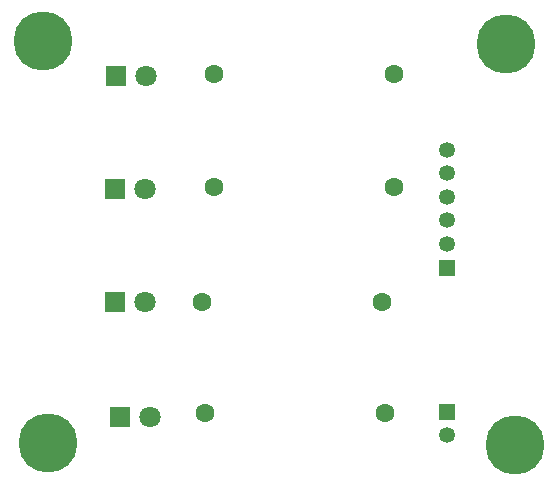
<source format=gbr>
%TF.GenerationSoftware,KiCad,Pcbnew,9.0.2*%
%TF.CreationDate,2025-12-15T21:59:35+00:00*%
%TF.ProjectId,simulador-semaforo,73696d75-6c61-4646-9f72-2d73656d6166,1.0*%
%TF.SameCoordinates,Original*%
%TF.FileFunction,Copper,L2,Bot*%
%TF.FilePolarity,Positive*%
%FSLAX46Y46*%
G04 Gerber Fmt 4.6, Leading zero omitted, Abs format (unit mm)*
G04 Created by KiCad (PCBNEW 9.0.2) date 2025-12-15 21:59:35*
%MOMM*%
%LPD*%
G01*
G04 APERTURE LIST*
%TA.AperFunction,ComponentPad*%
%ADD10C,5.000000*%
%TD*%
%TA.AperFunction,ComponentPad*%
%ADD11C,1.600000*%
%TD*%
%TA.AperFunction,ComponentPad*%
%ADD12R,1.350000X1.350000*%
%TD*%
%TA.AperFunction,ComponentPad*%
%ADD13C,1.350000*%
%TD*%
%TA.AperFunction,ComponentPad*%
%ADD14R,1.800000X1.800000*%
%TD*%
%TA.AperFunction,ComponentPad*%
%ADD15C,1.800000*%
%TD*%
G04 APERTURE END LIST*
D10*
%TO.P,PadPlaca4,1,1*%
%TO.N,unconnected-(PadPlaca4-Pad1)*%
X140100000Y-81100000D03*
%TD*%
%TO.P,PadPlaca3,1,1*%
%TO.N,unconnected-(PadPlaca3-Pad1)*%
X179700000Y-81300000D03*
%TD*%
%TO.P,PadPlaca2,1,1*%
%TO.N,unconnected-(PadPlaca2-Pad1)*%
X178900000Y-47400000D03*
%TD*%
%TO.P,PadPlaca1,1,1*%
%TO.N,unconnected-(PadPlaca1-Pad1)*%
X139700000Y-47100000D03*
%TD*%
D11*
%TO.P,R4,1*%
%TO.N,Net-(J1-Pin_2)*%
X168700000Y-78600000D03*
%TO.P,R4,2*%
%TO.N,Net-(D4-A)*%
X153460000Y-78600000D03*
%TD*%
%TO.P,R3,1*%
%TO.N,Net-(J1-Pin_3)*%
X169400000Y-49900000D03*
%TO.P,R3,2*%
%TO.N,Net-(D3-A)*%
X154160000Y-49900000D03*
%TD*%
%TO.P,R2,1*%
%TO.N,Net-(J1-Pin_4)*%
X169440000Y-59500000D03*
%TO.P,R2,2*%
%TO.N,Net-(D2-A)*%
X154200000Y-59500000D03*
%TD*%
%TO.P,R1,1*%
%TO.N,Net-(J1-Pin_5)*%
X168400000Y-69200000D03*
%TO.P,R1,2*%
%TO.N,Net-(D1-A)*%
X153160000Y-69200000D03*
%TD*%
D12*
%TO.P,LS1,1,1*%
%TO.N,Net-(J1-Pin_1)*%
X173900000Y-78500000D03*
D13*
%TO.P,LS1,2,2*%
%TO.N,GND*%
X173900000Y-80500000D03*
%TD*%
D12*
%TO.P,J1,1,Pin_1*%
%TO.N,Net-(J1-Pin_1)*%
X173900000Y-66300000D03*
D13*
%TO.P,J1,2,Pin_2*%
%TO.N,Net-(J1-Pin_2)*%
X173900000Y-64300000D03*
%TO.P,J1,3,Pin_3*%
%TO.N,Net-(J1-Pin_3)*%
X173900000Y-62300000D03*
%TO.P,J1,4,Pin_4*%
%TO.N,Net-(J1-Pin_4)*%
X173900000Y-60300000D03*
%TO.P,J1,5,Pin_5*%
%TO.N,Net-(J1-Pin_5)*%
X173900000Y-58300000D03*
%TO.P,J1,6,Pin_6*%
%TO.N,GND*%
X173900000Y-56300000D03*
%TD*%
D14*
%TO.P,D4,1,K*%
%TO.N,GND*%
X146200000Y-78900000D03*
D15*
%TO.P,D4,2,A*%
%TO.N,Net-(D4-A)*%
X148740000Y-78900000D03*
%TD*%
D14*
%TO.P,D3,1,K*%
%TO.N,GND*%
X145860000Y-50100000D03*
D15*
%TO.P,D3,2,A*%
%TO.N,Net-(D3-A)*%
X148400000Y-50100000D03*
%TD*%
D14*
%TO.P,D2,1,K*%
%TO.N,GND*%
X145825000Y-59600000D03*
D15*
%TO.P,D2,2,A*%
%TO.N,Net-(D2-A)*%
X148365000Y-59600000D03*
%TD*%
D14*
%TO.P,D1,1,K*%
%TO.N,GND*%
X145825000Y-69200000D03*
D15*
%TO.P,D1,2,A*%
%TO.N,Net-(D1-A)*%
X148365000Y-69200000D03*
%TD*%
M02*

</source>
